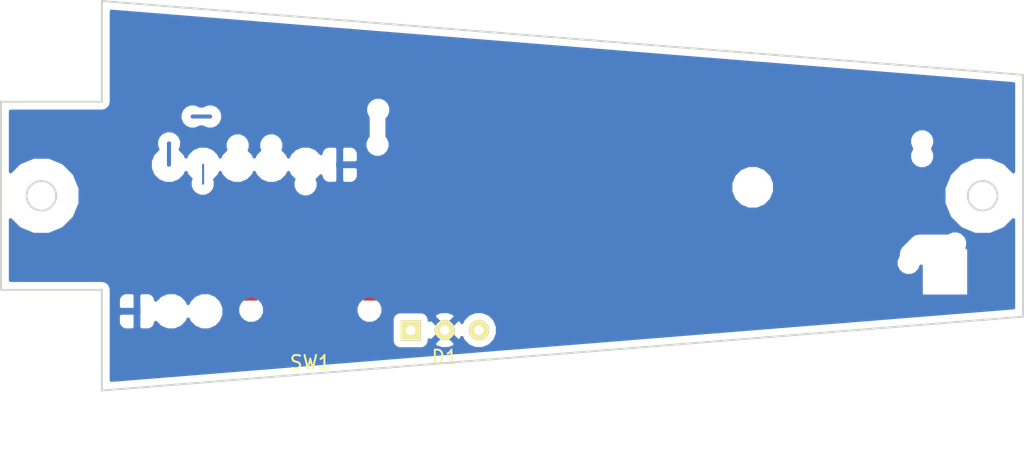
<source format=kicad_pcb>
(kicad_pcb (version 20171130) (host pcbnew 5.1.5+dfsg1-2build2)

  (general
    (thickness 1.6)
    (drawings 28)
    (tracks 8)
    (zones 0)
    (modules 2)
    (nets 8)
  )

  (page A3)
  (layers
    (0 F.Cu signal hide)
    (31 B.Cu signal hide)
    (32 B.Adhes user)
    (33 F.Adhes user)
    (34 B.Paste user hide)
    (35 F.Paste user)
    (36 B.SilkS user)
    (37 F.SilkS user)
    (38 B.Mask user)
    (39 F.Mask user)
    (40 Dwgs.User user)
    (41 Cmts.User user)
    (42 Eco1.User user)
    (43 Eco2.User user)
    (44 Edge.Cuts user)
  )

  (setup
    (last_trace_width 0.15)
    (user_trace_width 0.15)
    (user_trace_width 0.2)
    (user_trace_width 0.3)
    (user_trace_width 0.4)
    (user_trace_width 0.5)
    (user_trace_width 0.6)
    (user_trace_width 0.7)
    (user_trace_width 0.8)
    (user_trace_width 0.9)
    (user_trace_width 1)
    (user_trace_width 3.1)
    (user_trace_width 0.2)
    (user_trace_width 0.3)
    (user_trace_width 0.4)
    (user_trace_width 0.6)
    (user_trace_width 0.7)
    (user_trace_width 0.8)
    (user_trace_width 0.9)
    (user_trace_width 1)
    (trace_clearance 0.15)
    (zone_clearance 0.508)
    (zone_45_only no)
    (trace_min 0.1)
    (via_size 0.62)
    (via_drill 0.25)
    (via_min_size 0.6)
    (via_min_drill 0.2)
    (uvia_size 0.508)
    (uvia_drill 0.127)
    (uvias_allowed no)
    (uvia_min_size 0.508)
    (uvia_min_drill 0.127)
    (edge_width 0.15)
    (segment_width 0.2)
    (pcb_text_width 0.3)
    (pcb_text_size 1 1)
    (mod_edge_width 0.15)
    (mod_text_size 1 1)
    (mod_text_width 0.15)
    (pad_size 4.5 4.5)
    (pad_drill 2.2)
    (pad_to_mask_clearance 0)
    (aux_axis_origin 0 0)
    (grid_origin 178 125)
    (visible_elements FFFFFFBF)
    (pcbplotparams
      (layerselection 0x00030_ffffffff)
      (usegerberextensions true)
      (usegerberattributes false)
      (usegerberadvancedattributes false)
      (creategerberjobfile false)
      (excludeedgelayer false)
      (linewidth 0.150000)
      (plotframeref false)
      (viasonmask false)
      (mode 1)
      (useauxorigin false)
      (hpglpennumber 1)
      (hpglpenspeed 20)
      (hpglpendiameter 15.000000)
      (psnegative false)
      (psa4output false)
      (plotreference false)
      (plotvalue false)
      (plotinvisibletext false)
      (padsonsilk false)
      (subtractmaskfromsilk true)
      (outputformat 1)
      (mirror false)
      (drillshape 0)
      (scaleselection 1)
      (outputdirectory "prod/front/"))
  )

  (net 0 "")
  (net 1 /RST)
  (net 2 /V33)
  (net 3 /VBAT)
  (net 4 GND)
  (net 5 N-0000043)
  (net 6 N-000005)
  (net 7 N-000006)

  (net_class Default "Ceci est la Netclass par défaut"
    (clearance 0.15)
    (trace_width 0.15)
    (via_dia 0.62)
    (via_drill 0.25)
    (uvia_dia 0.508)
    (uvia_drill 0.127)
    (add_net /RST)
    (add_net /V33)
    (add_net /VBAT)
    (add_net GND)
    (add_net N-0000043)
    (add_net N-000005)
    (add_net N-000006)
  )

  (module 1571300 locked (layer F.Cu) (tedit 555DDB0A) (tstamp 552E6624)
    (at 198 133.5)
    (path /547890D4)
    (fp_text reference SW1 (at 0 3.9) (layer F.SilkS)
      (effects (font (size 1 1) (thickness 0.15)))
    )
    (fp_text value 1571300-2 (at 0 5.5) (layer F.SilkS) hide
      (effects (font (size 1 1) (thickness 0.15)))
    )
    (fp_line (start -1.6 6.7) (end -1.6 4) (layer Cmts.User) (width 0.15))
    (fp_line (start -1.6 6.7) (end 0 6.7) (layer Cmts.User) (width 0.15))
    (fp_line (start 0 6.7) (end 1.6 6.7) (layer Cmts.User) (width 0.15))
    (fp_line (start 1.6 6.7) (end 1.6 4) (layer Cmts.User) (width 0.15))
    (fp_line (start 4.4 4) (end -4.4 4) (layer Cmts.User) (width 0.15))
    (pad "" np_thru_hole circle (at 4.4 0) (size 0.75 0.75) (drill 0.75) (layers *.Cu *.Mask F.SilkS))
    (pad "" np_thru_hole circle (at -4.4 0) (size 0.75 0.75) (drill 0.75) (layers *.Cu *.Mask F.SilkS))
    (pad "" smd rect (at 4.775 2.3) (size 1.65 2) (layers F.Cu F.Paste F.Mask))
    (pad "" smd rect (at -4.775 2.3) (size 1.65 2) (layers F.Cu F.Paste F.Mask))
    (pad "" smd rect (at 4.775 -1.6) (size 1.65 1.8) (layers F.Cu F.Paste F.Mask))
    (pad "" smd rect (at -4.775 -1.6) (size 1.65 1.8) (layers F.Cu F.Paste F.Mask))
    (pad 1 smd rect (at -2 0.75) (size 1.5 3.5) (layers F.Cu F.Paste F.Mask)
      (net 5 N-0000043))
    (pad 2 smd rect (at 2 0.75) (size 1.5 3.5) (layers F.Cu F.Paste F.Mask)
      (net 4 GND))
  )

  (module LTL1led locked (layer F.Cu) (tedit 555DD3C5) (tstamp 552E6612)
    (at 208 135 180)
    (path /54FEDBFE)
    (fp_text reference D1 (at 0 -2 180) (layer F.SilkS)
      (effects (font (size 1 1) (thickness 0.15)))
    )
    (fp_text value LED_3mm (at 0 -4 180) (layer F.SilkS) hide
      (effects (font (size 1 1) (thickness 0.15)))
    )
    (pad 2 thru_hole circle (at 0 0 180) (size 1.5 1.5) (drill 0.7071) (layers *.Cu *.Mask F.SilkS)
      (net 4 GND))
    (pad 1 thru_hole rect (at 2.54 -0.01524 180) (size 1.5 1.5) (drill 0.7071) (layers *.Cu *.Mask F.SilkS)
      (net 7 N-000006))
    (pad 3 thru_hole circle (at -2.54 0 180) (size 1.5 1.5) (drill 0.7071) (layers *.Cu *.Mask F.SilkS)
      (net 6 N-000005))
  )

  (gr_line (start 223.5 133) (end 223.5 117) (layer Cmts.User) (width 0.15))
  (gr_circle (center 248 125) (end 249.1 125) (layer Edge.Cuts) (width 0.15))
  (gr_circle (center 178 125) (end 179.1 125) (layer Edge.Cuts) (width 0.15))
  (gr_line (start 208 131) (end 208 144) (layer Cmts.User) (width 0.2))
  (gr_line (start 185.96 114.143) (end 185.96 111.857) (layer Cmts.User) (width 0.15))
  (gr_line (start 191.294 114.143) (end 185.96 114.143) (layer Cmts.User) (width 0.15))
  (gr_line (start 191.294 111.857) (end 191.294 114.143) (layer Cmts.User) (width 0.15))
  (gr_line (start 185.96 111.857) (end 191.294 111.857) (layer Cmts.User) (width 0.15))
  (gr_line (start 243.69886 132.224) (end 243.69886 129.19886) (layer Cmts.User) (width 0.15))
  (gr_line (start 246.70114 132.20114) (end 243.69886 132.224) (layer Cmts.User) (width 0.15))
  (gr_line (start 246.70114 129.22426) (end 246.70114 132.20114) (layer Cmts.User) (width 0.15))
  (gr_line (start 243.69886 129.19886) (end 246.70114 129.22426) (layer Cmts.User) (width 0.15))
  (gr_line (start 239.5 133) (end 223.5 133) (layer Cmts.User) (width 0.15))
  (gr_line (start 239.5 117) (end 239.5 133) (layer Cmts.User) (width 0.15))
  (gr_line (start 223.5 117) (end 239.5 117) (layer Cmts.User) (width 0.15))
  (gr_line (start 184.84968 128.35014) (end 184.84968 115.65014) (layer Cmts.User) (width 0.15))
  (gr_line (start 210.24968 128.35014) (end 184.84968 128.35014) (layer Cmts.User) (width 0.15))
  (gr_line (start 210.24968 115.65014) (end 210.24968 128.35014) (layer Cmts.User) (width 0.15))
  (gr_line (start 184.84968 115.65014) (end 210.24968 115.65014) (layer Cmts.User) (width 0.15))
  (gr_line (start 175 118) (end 175 132) (angle 90) (layer Edge.Cuts) (width 0.15))
  (gr_line (start 182.5 110.5) (end 182.5 118) (angle 90) (layer Edge.Cuts) (width 0.15))
  (gr_line (start 182.5 139.5) (end 182.5 132) (angle 90) (layer Edge.Cuts) (width 0.15))
  (gr_line (start 182.5 132) (end 175 132) (angle 90) (layer Edge.Cuts) (width 0.15))
  (gr_line (start 182.5 118) (end 175 118) (angle 90) (layer Edge.Cuts) (width 0.15))
  (gr_line (start 198 131) (end 198 144) (angle 90) (layer Cmts.User) (width 0.2))
  (gr_line (start 182.5 139.5) (end 251 134) (angle 90) (layer Edge.Cuts) (width 0.15))
  (gr_line (start 251 116) (end 251 134) (angle 90) (layer Edge.Cuts) (width 0.15))
  (gr_line (start 182.5 110.5) (end 251 116) (angle 90) (layer Edge.Cuts) (width 0.15))

  (segment (start 190.03 122.69) (end 190.03 124.07) (width 0.15) (layer B.Cu) (net 1))
  (segment (start 190.03 124.07) (end 190 124.1) (width 0.15) (layer B.Cu) (net 1) (tstamp 552F7E3C))
  (segment (start 187.5 121.1) (end 187.49 121.11) (width 0.3) (layer B.Cu) (net 2) (tstamp 554CC32C))
  (segment (start 187.49 121.11) (end 187.49 122.69) (width 0.3) (layer B.Cu) (net 2) (tstamp 554CC32D))
  (segment (start 189.25 119.1) (end 190.55 119.1) (width 0.3) (layer B.Cu) (net 3) (tstamp 554CCC88))
  (segment (start 218.35 132.05) (end 218.5 132.2) (width 0.5) (layer B.Cu) (net 4) (tstamp 554CBD79))
  (segment (start 218.2 131.9) (end 218.35 132.05) (width 0.5) (layer B.Cu) (net 4) (tstamp 554CBD78))
  (segment (start 185.5 113) (end 185 113.5) (width 0.5) (layer B.Cu) (net 4) (tstamp 554CA87F))

  (zone (net 4) (net_name GND) (layer B.Cu) (tstamp 555DE092) (hatch edge 0.508)
    (connect_pads (clearance 0.508))
    (min_thickness 0.254)
    (fill (arc_segments 16) (thermal_gap 0.508) (thermal_bridge_width 0.508))
    (polygon
      (pts
        (xy 251 134) (xy 182.5 139.5) (xy 182.5 132) (xy 175 132) (xy 175 118)
        (xy 182.5 118) (xy 182.5 110.5) (xy 251 116)
      )
    )
    (filled_polygon
      (pts
        (xy 250.29 133.333451) (xy 246.977 133.600008) (xy 246.977 132.477) (xy 246.977 128.873) (xy 246.839109 128.873)
        (xy 246.894836 128.738797) (xy 246.895164 128.362852) (xy 246.751599 128.0154) (xy 246.485999 127.749335) (xy 246.138797 127.605164)
        (xy 245.762852 127.604836) (xy 245.4154 127.748401) (xy 245.398771 127.765) (xy 244.445164 127.765) (xy 244.445164 121.862852)
        (xy 244.301599 121.5154) (xy 244.286432 121.500206) (xy 244.300665 121.485999) (xy 244.444836 121.138797) (xy 244.445164 120.762852)
        (xy 244.301599 120.4154) (xy 244.035999 120.149335) (xy 243.688797 120.005164) (xy 243.312852 120.004836) (xy 242.9654 120.148401)
        (xy 242.699335 120.414001) (xy 242.555164 120.761203) (xy 242.554836 121.137148) (xy 242.698401 121.4846) (xy 242.713567 121.499793)
        (xy 242.699335 121.514001) (xy 242.555164 121.861203) (xy 242.554836 122.237148) (xy 242.698401 122.5846) (xy 242.964001 122.850665)
        (xy 243.311203 122.994836) (xy 243.687148 122.995164) (xy 244.0346 122.851599) (xy 244.300665 122.585999) (xy 244.444836 122.238797)
        (xy 244.445164 121.862852) (xy 244.445164 127.765) (xy 243.25 127.765) (xy 242.949593 127.824755) (xy 242.694921 127.994921)
        (xy 241.944921 128.744921) (xy 241.774755 128.999593) (xy 241.715 129.3) (xy 241.715 129.448363) (xy 241.699335 129.464001)
        (xy 241.555164 129.811203) (xy 241.554836 130.187148) (xy 241.698401 130.5346) (xy 241.964001 130.800665) (xy 242.311203 130.944836)
        (xy 242.687148 130.945164) (xy 243.0346 130.801599) (xy 243.300665 130.535999) (xy 243.423 130.241383) (xy 243.423 132.477)
        (xy 246.977 132.477) (xy 246.977 133.600008) (xy 232.535283 134.761961) (xy 232.535283 124.046205) (xy 232.286893 123.445057)
        (xy 231.827362 122.984723) (xy 231.226648 122.735285) (xy 230.576205 122.734717) (xy 229.975057 122.983107) (xy 229.514723 123.442638)
        (xy 229.265285 124.043352) (xy 229.264717 124.693795) (xy 229.513107 125.294943) (xy 229.972638 125.755277) (xy 230.573352 126.004715)
        (xy 231.223795 126.005283) (xy 231.824943 125.756893) (xy 232.285277 125.297362) (xy 232.534715 124.696648) (xy 232.535283 124.046205)
        (xy 232.535283 134.761961) (xy 211.925239 136.420206) (xy 211.925239 134.725715) (xy 211.71483 134.216486) (xy 211.325563 133.826539)
        (xy 210.816702 133.615242) (xy 210.265715 133.614761) (xy 209.756486 133.82517) (xy 209.366539 134.214437) (xy 209.276621 134.430982)
        (xy 209.212458 134.276078) (xy 208.971517 134.208088) (xy 208.791912 134.387693) (xy 208.791912 134.028483) (xy 208.723922 133.787542)
        (xy 208.20483 133.602802) (xy 207.654554 133.630772) (xy 207.276078 133.787542) (xy 207.208088 134.028483) (xy 208 134.820395)
        (xy 208.791912 134.028483) (xy 208.791912 134.387693) (xy 208.179605 135) (xy 208.971517 135.791912) (xy 209.212458 135.723922)
        (xy 209.27173 135.557373) (xy 209.36517 135.783514) (xy 209.754437 136.173461) (xy 210.263298 136.384758) (xy 210.814285 136.385239)
        (xy 211.323514 136.17483) (xy 211.713461 135.785563) (xy 211.924758 135.276702) (xy 211.925239 134.725715) (xy 211.925239 136.420206)
        (xy 208.791912 136.672308) (xy 208.791912 135.971517) (xy 208 135.179605) (xy 207.820395 135.35921) (xy 207.820395 135)
        (xy 207.028483 134.208088) (xy 206.84511 134.259833) (xy 206.84511 134.139485) (xy 206.748641 133.906011) (xy 206.570168 133.727227)
        (xy 206.336864 133.630351) (xy 206.084245 133.63013) (xy 204.584245 133.63013) (xy 204.350771 133.726599) (xy 204.171987 133.905072)
        (xy 204.075111 134.138376) (xy 204.07489 134.390995) (xy 204.07489 135.890995) (xy 204.171359 136.124469) (xy 204.349832 136.303253)
        (xy 204.583136 136.400129) (xy 204.835755 136.40035) (xy 206.335755 136.40035) (xy 206.569229 136.303881) (xy 206.748013 136.125408)
        (xy 206.844889 135.892104) (xy 206.845021 135.740141) (xy 207.028483 135.791912) (xy 207.820395 135) (xy 207.820395 135.35921)
        (xy 207.208088 135.971517) (xy 207.276078 136.212458) (xy 207.79517 136.397198) (xy 208.345446 136.369228) (xy 208.723922 136.212458)
        (xy 208.791912 135.971517) (xy 208.791912 136.672308) (xy 203.995164 137.058245) (xy 203.995164 118.412852) (xy 203.851599 118.0654)
        (xy 203.585999 117.799335) (xy 203.238797 117.655164) (xy 202.862852 117.654836) (xy 202.5154 117.798401) (xy 202.249335 118.064001)
        (xy 202.105164 118.411203) (xy 202.104836 118.787148) (xy 202.248401 119.1346) (xy 202.29 119.176271) (xy 202.29 120.573494)
        (xy 202.199335 120.664001) (xy 202.055164 121.011203) (xy 202.054836 121.387148) (xy 202.198401 121.7346) (xy 202.464001 122.000665)
        (xy 202.811203 122.144836) (xy 203.187148 122.145164) (xy 203.5346 122.001599) (xy 203.800665 121.735999) (xy 203.944836 121.388797)
        (xy 203.945164 121.012852) (xy 203.801599 120.6654) (xy 203.71 120.57364) (xy 203.71 119.276418) (xy 203.850665 119.135999)
        (xy 203.994836 118.788797) (xy 203.995164 118.412852) (xy 203.995164 137.058245) (xy 203.410175 137.105312) (xy 203.410175 133.29998)
        (xy 203.256736 132.928628) (xy 202.972866 132.644263) (xy 202.601783 132.490176) (xy 202.19998 132.489825) (xy 201.828628 132.643264)
        (xy 201.58711 132.884361) (xy 201.58711 123.326245) (xy 201.58711 122.053755) (xy 201.586889 121.801136) (xy 201.490013 121.567832)
        (xy 201.311229 121.389359) (xy 201.077755 121.29289) (xy 200.47575 121.293) (xy 200.317 121.45175) (xy 200.317 122.563)
        (xy 201.42825 122.563) (xy 201.587 122.40425) (xy 201.58711 122.053755) (xy 201.58711 123.326245) (xy 201.587 122.97575)
        (xy 201.42825 122.817) (xy 200.317 122.817) (xy 200.317 123.92825) (xy 200.47575 124.087) (xy 201.077755 124.08711)
        (xy 201.311229 123.990641) (xy 201.490013 123.812168) (xy 201.586889 123.578864) (xy 201.58711 123.326245) (xy 201.58711 132.884361)
        (xy 201.544263 132.927134) (xy 201.390176 133.298217) (xy 201.389825 133.70002) (xy 201.543264 134.071372) (xy 201.827134 134.355737)
        (xy 202.198217 134.509824) (xy 202.60002 134.510175) (xy 202.971372 134.356736) (xy 203.255737 134.072866) (xy 203.409824 133.701783)
        (xy 203.410175 133.29998) (xy 203.410175 137.105312) (xy 200.063 137.374619) (xy 200.063 123.92825) (xy 200.063 122.817)
        (xy 200.043 122.817) (xy 200.043 122.563) (xy 200.063 122.563) (xy 200.063 121.45175) (xy 199.90425 121.293)
        (xy 199.302245 121.29289) (xy 199.068771 121.389359) (xy 198.889987 121.567832) (xy 198.793111 121.801136) (xy 198.793061 121.857676)
        (xy 198.44237 121.506372) (xy 197.929099 121.293244) (xy 197.373339 121.292759) (xy 196.859697 121.504991) (xy 196.466372 121.89763)
        (xy 196.38005 122.105514) (xy 196.295009 121.899697) (xy 195.983167 121.58731) (xy 196.044836 121.438797) (xy 196.045164 121.062852)
        (xy 195.901599 120.7154) (xy 195.635999 120.449335) (xy 195.288797 120.305164) (xy 194.912852 120.304836) (xy 194.5654 120.448401)
        (xy 194.299335 120.714001) (xy 194.155164 121.061203) (xy 194.154836 121.437148) (xy 194.222825 121.601693) (xy 193.926372 121.89763)
        (xy 193.84005 122.105514) (xy 193.755009 121.899697) (xy 193.471416 121.615609) (xy 193.544836 121.438797) (xy 193.545164 121.062852)
        (xy 193.401599 120.7154) (xy 193.135999 120.449335) (xy 192.788797 120.305164) (xy 192.412852 120.304836) (xy 192.0654 120.448401)
        (xy 191.799335 120.714001) (xy 191.655164 121.061203) (xy 191.654836 121.437148) (xy 191.711144 121.573424) (xy 191.495164 121.789027)
        (xy 191.495164 118.912852) (xy 191.351599 118.5654) (xy 191.085999 118.299335) (xy 190.738797 118.155164) (xy 190.362852 118.154836)
        (xy 190.0154 118.298401) (xy 189.998771 118.315) (xy 189.801636 118.315) (xy 189.785999 118.299335) (xy 189.438797 118.155164)
        (xy 189.062852 118.154836) (xy 188.7154 118.298401) (xy 188.449335 118.564001) (xy 188.305164 118.911203) (xy 188.304836 119.287148)
        (xy 188.448401 119.6346) (xy 188.714001 119.900665) (xy 189.061203 120.044836) (xy 189.437148 120.045164) (xy 189.7846 119.901599)
        (xy 189.801228 119.885) (xy 189.998363 119.885) (xy 190.014001 119.900665) (xy 190.361203 120.044836) (xy 190.737148 120.045164)
        (xy 191.0846 119.901599) (xy 191.350665 119.635999) (xy 191.494836 119.288797) (xy 191.495164 118.912852) (xy 191.495164 121.789027)
        (xy 191.386372 121.89763) (xy 191.30005 122.105514) (xy 191.215009 121.899697) (xy 190.82237 121.506372) (xy 190.309099 121.293244)
        (xy 189.753339 121.292759) (xy 189.239697 121.504991) (xy 188.846372 121.89763) (xy 188.76005 122.105514) (xy 188.675009 121.899697)
        (xy 188.333304 121.557395) (xy 188.444836 121.288797) (xy 188.445164 120.912852) (xy 188.301599 120.5654) (xy 188.035999 120.299335)
        (xy 187.688797 120.155164) (xy 187.312852 120.154836) (xy 186.9654 120.298401) (xy 186.699335 120.564001) (xy 186.555164 120.911203)
        (xy 186.554836 121.287148) (xy 186.660864 121.543755) (xy 186.306372 121.89763) (xy 186.093244 122.410901) (xy 186.092759 122.966661)
        (xy 186.304991 123.480303) (xy 186.69763 123.873628) (xy 187.210901 124.086756) (xy 187.766661 124.087241) (xy 188.280303 123.875009)
        (xy 188.673628 123.48237) (xy 188.759949 123.274485) (xy 188.844991 123.480303) (xy 189.119785 123.755577) (xy 189.055164 123.911203)
        (xy 189.054836 124.287148) (xy 189.198401 124.6346) (xy 189.464001 124.900665) (xy 189.811203 125.044836) (xy 190.187148 125.045164)
        (xy 190.5346 124.901599) (xy 190.800665 124.635999) (xy 190.944836 124.288797) (xy 190.945164 123.912852) (xy 190.897631 123.797815)
        (xy 191.213628 123.48237) (xy 191.299949 123.274485) (xy 191.384991 123.480303) (xy 191.77763 123.873628) (xy 192.290901 124.086756)
        (xy 192.846661 124.087241) (xy 193.360303 123.875009) (xy 193.753628 123.48237) (xy 193.839949 123.274485) (xy 193.924991 123.480303)
        (xy 194.31763 123.873628) (xy 194.830901 124.086756) (xy 195.386661 124.087241) (xy 195.900303 123.875009) (xy 196.293628 123.48237)
        (xy 196.379949 123.274485) (xy 196.464991 123.480303) (xy 196.775635 123.791489) (xy 196.705164 123.961203) (xy 196.704836 124.337148)
        (xy 196.848401 124.6846) (xy 197.114001 124.950665) (xy 197.461203 125.094836) (xy 197.837148 125.095164) (xy 198.1846 124.951599)
        (xy 198.450665 124.685999) (xy 198.594836 124.338797) (xy 198.595164 123.962852) (xy 198.524244 123.791214) (xy 198.793062 123.522865)
        (xy 198.793111 123.578864) (xy 198.889987 123.812168) (xy 199.068771 123.990641) (xy 199.302245 124.08711) (xy 199.90425 124.087)
        (xy 200.063 123.92825) (xy 200.063 137.374619) (xy 194.610175 137.813343) (xy 194.610175 133.29998) (xy 194.456736 132.928628)
        (xy 194.172866 132.644263) (xy 193.801783 132.490176) (xy 193.39998 132.489825) (xy 193.028628 132.643264) (xy 192.744263 132.927134)
        (xy 192.590176 133.298217) (xy 192.589825 133.70002) (xy 192.743264 134.071372) (xy 193.027134 134.355737) (xy 193.398217 134.509824)
        (xy 193.80002 134.510175) (xy 194.171372 134.356736) (xy 194.455737 134.072866) (xy 194.609824 133.701783) (xy 194.610175 133.29998)
        (xy 194.610175 137.813343) (xy 191.587241 138.056563) (xy 191.587241 133.323339) (xy 191.375009 132.809697) (xy 190.98237 132.416372)
        (xy 190.469099 132.203244) (xy 189.913339 132.202759) (xy 189.399697 132.414991) (xy 189.006372 132.80763) (xy 188.92005 133.015514)
        (xy 188.835009 132.809697) (xy 188.44237 132.416372) (xy 187.929099 132.203244) (xy 187.373339 132.202759) (xy 186.859697 132.414991)
        (xy 186.506937 132.767134) (xy 186.506889 132.711136) (xy 186.410013 132.477832) (xy 186.231229 132.299359) (xy 185.997755 132.20289)
        (xy 185.39575 132.203) (xy 185.237 132.36175) (xy 185.237 133.473) (xy 185.257 133.473) (xy 185.257 133.727)
        (xy 185.237 133.727) (xy 185.237 134.83825) (xy 185.39575 134.997) (xy 185.997755 134.99711) (xy 186.231229 134.900641)
        (xy 186.410013 134.722168) (xy 186.506889 134.488864) (xy 186.506938 134.432323) (xy 186.85763 134.783628) (xy 187.370901 134.996756)
        (xy 187.926661 134.997241) (xy 188.440303 134.785009) (xy 188.833628 134.39237) (xy 188.919949 134.184485) (xy 189.004991 134.390303)
        (xy 189.39763 134.783628) (xy 189.910901 134.996756) (xy 190.466661 134.997241) (xy 190.980303 134.785009) (xy 191.373628 134.39237)
        (xy 191.586756 133.879099) (xy 191.587241 133.323339) (xy 191.587241 138.056563) (xy 184.983 138.587927) (xy 184.983 134.83825)
        (xy 184.983 133.727) (xy 184.983 133.473) (xy 184.983 132.36175) (xy 184.82425 132.203) (xy 184.222245 132.20289)
        (xy 183.988771 132.299359) (xy 183.809987 132.477832) (xy 183.713111 132.711136) (xy 183.71289 132.963755) (xy 183.713 133.31425)
        (xy 183.87175 133.473) (xy 184.983 133.473) (xy 184.983 133.727) (xy 183.87175 133.727) (xy 183.713 133.88575)
        (xy 183.71289 134.236245) (xy 183.713111 134.488864) (xy 183.809987 134.722168) (xy 183.988771 134.900641) (xy 184.222245 134.99711)
        (xy 184.82425 134.997) (xy 184.983 134.83825) (xy 184.983 138.587927) (xy 183.21 138.73058) (xy 183.21 132)
        (xy 183.155954 131.728295) (xy 183.002046 131.497954) (xy 182.771705 131.344046) (xy 182.5 131.29) (xy 175.71 131.29)
        (xy 175.71 126.78957) (xy 176.363645 127.444357) (xy 177.42362 127.884498) (xy 178.571344 127.885499) (xy 179.632086 127.44721)
        (xy 180.444357 126.636355) (xy 180.884498 125.57638) (xy 180.885499 124.428656) (xy 180.44721 123.367914) (xy 179.636355 122.555643)
        (xy 178.57638 122.115502) (xy 177.428656 122.114501) (xy 176.367914 122.55279) (xy 175.71 123.209557) (xy 175.71 118.71)
        (xy 182.5 118.71) (xy 182.771705 118.655954) (xy 183.002046 118.502046) (xy 183.155954 118.271705) (xy 183.21 118)
        (xy 183.21 111.269419) (xy 250.29 116.666548) (xy 250.29 123.210429) (xy 249.636355 122.555643) (xy 248.57638 122.115502)
        (xy 247.428656 122.114501) (xy 246.367914 122.55279) (xy 245.555643 123.363645) (xy 245.115502 124.42362) (xy 245.114501 125.571344)
        (xy 245.55279 126.632086) (xy 246.363645 127.444357) (xy 247.42362 127.884498) (xy 248.571344 127.885499) (xy 249.632086 127.44721)
        (xy 250.29 126.790442) (xy 250.29 133.333451)
      )
    )
  )
)

</source>
